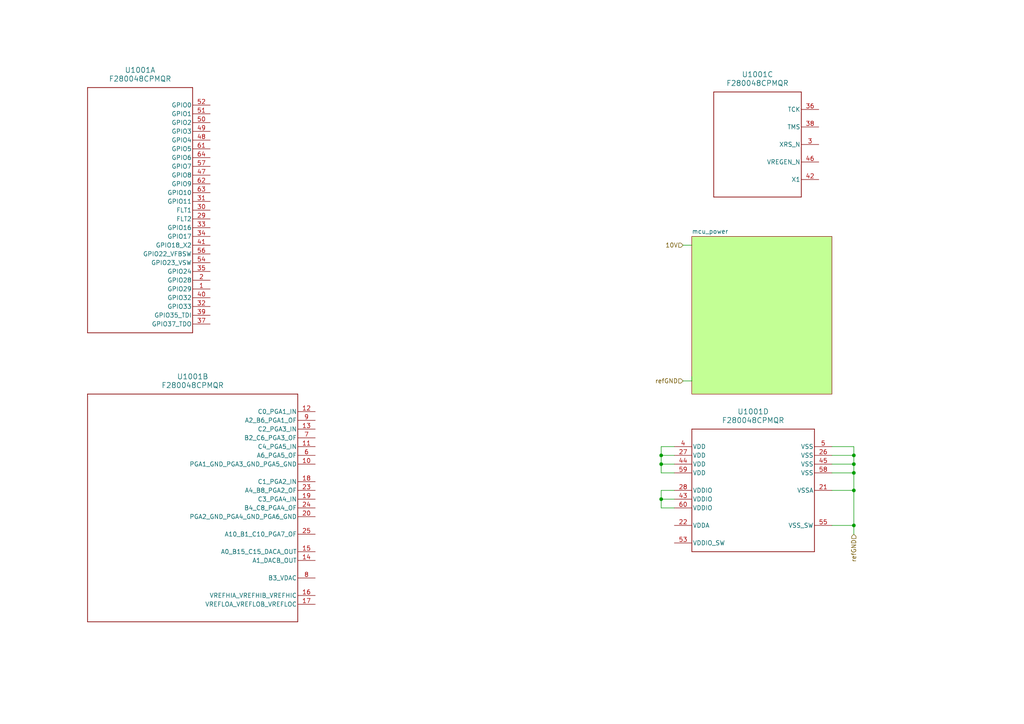
<source format=kicad_sch>
(kicad_sch (version 20231120) (generator "eeschema") (generator_version "8.0")
  (paper "A4")
  (lib_symbols
    (symbol "TMS320F280048CPMQR:F280048CPMQR" (pin_names (offset 0.254))
      (property "Reference" "U" (at 0 2.54 0))
      (property "Value" "F280048CPMQR" (at 0 0 0))
      (symbol "F280048CPMQR_1_1"
        (polyline (pts (xy -15.24 -35.56) (xy 15.24 -35.56)) (stroke (width 0.2032)))
        (polyline (pts (xy -15.24 35.56) (xy -15.24 -35.56)) (stroke (width 0.2032)))
        (polyline (pts (xy 15.24 -35.56) (xy 15.24 35.56)) (stroke (width 0.2032)))
        (polyline (pts (xy 15.24 35.56) (xy -15.24 35.56)) (stroke (width 0.2032)))
        (pin bidirectional line (at 20.32 -22.86 180) (length 5.08) (name "GPIO29") (number "1"))
        (pin bidirectional line (at 20.32 -20.32 180) (length 5.08) (name "GPIO28") (number "2"))
        (pin bidirectional line (at 20.32 -2.54 180) (length 5.08) (name "FLT2") (number "29"))
        (pin bidirectional line (at 20.32 0 180) (length 5.08) (name "FLT1") (number "30"))
        (pin bidirectional line (at 20.32 2.54 180) (length 5.08) (name "GPIO11") (number "31"))
        (pin bidirectional line (at 20.32 -27.94 180) (length 5.08) (name "GPIO33") (number "32"))
        (pin bidirectional line (at 20.32 -5.08 180) (length 5.08) (name "GPIO16") (number "33"))
        (pin bidirectional line (at 20.32 -7.62 180) (length 5.08) (name "GPIO17") (number "34"))
        (pin bidirectional line (at 20.32 -17.78 180) (length 5.08) (name "GPIO24") (number "35"))
        (pin bidirectional line (at 20.32 -33.02 180) (length 5.08) (name "GPIO37_TDO") (number "37"))
        (pin bidirectional line (at 20.32 -30.48 180) (length 5.08) (name "GPIO35_TDI") (number "39"))
        (pin bidirectional line (at 20.32 -25.4 180) (length 5.08) (name "GPIO32") (number "40"))
        (pin bidirectional line (at 20.32 -10.16 180) (length 5.08) (name "GPIO18_X2") (number "41"))
        (pin bidirectional line (at 20.32 10.16 180) (length 5.08) (name "GPIO8") (number "47"))
        (pin bidirectional line (at 20.32 20.32 180) (length 5.08) (name "GPIO4") (number "48"))
        (pin bidirectional line (at 20.32 22.86 180) (length 5.08) (name "GPIO3") (number "49"))
        (pin bidirectional line (at 20.32 25.4 180) (length 5.08) (name "GPIO2") (number "50"))
        (pin bidirectional line (at 20.32 27.94 180) (length 5.08) (name "GPIO1") (number "51"))
        (pin bidirectional line (at 20.32 30.48 180) (length 5.08) (name "GPIO0") (number "52"))
        (pin bidirectional line (at 20.32 -15.24 180) (length 5.08) (name "GPIO23_VSW") (number "54"))
        (pin bidirectional line (at 20.32 -12.7 180) (length 5.08) (name "GPIO22_VFBSW") (number "56"))
        (pin bidirectional line (at 20.32 12.7 180) (length 5.08) (name "GPIO7") (number "57"))
        (pin bidirectional line (at 20.32 17.78 180) (length 5.08) (name "GPIO5") (number "61"))
        (pin bidirectional line (at 20.32 7.62 180) (length 5.08) (name "GPIO9") (number "62"))
        (pin bidirectional line (at 20.32 5.08 180) (length 5.08) (name "GPIO10") (number "63"))
        (pin bidirectional line (at 20.32 15.24 180) (length 5.08) (name "GPIO6") (number "64"))
      )
      (symbol "F280048CPMQR_2_1"
        (polyline (pts (xy -30.48 -33.02) (xy 30.48 -33.02)) (stroke (width 0.2032)))
        (polyline (pts (xy -30.48 33.02) (xy -30.48 -33.02)) (stroke (width 0.2032)))
        (polyline (pts (xy 30.48 -33.02) (xy 30.48 33.02)) (stroke (width 0.2032)))
        (polyline (pts (xy 30.48 33.02) (xy -30.48 33.02)) (stroke (width 0.2032)))
        (pin power_in line (at 35.56 12.7 180) (length 5.08) (name "PGA1_GND_PGA3_GND_PGA5_GND") (number "10"))
        (pin input line (at 35.56 17.78 180) (length 5.08) (name "C4_PGA5_IN") (number "11"))
        (pin input line (at 35.56 27.94 180) (length 5.08) (name "C0_PGA1_IN") (number "12"))
        (pin input line (at 35.56 22.86 180) (length 5.08) (name "C2_PGA3_IN") (number "13"))
        (pin output line (at 35.56 -15.24 180) (length 5.08) (name "A1_DACB_OUT") (number "14"))
        (pin output line (at 35.56 -12.7 180) (length 5.08) (name "A0_B15_C15_DACA_OUT") (number "15"))
        (pin input line (at 35.56 -25.4 180) (length 5.08) (name "VREFHIA_VREFHIB_VREFHIC") (number "16"))
        (pin output line (at 35.56 -27.94 180) (length 5.08) (name "VREFLOA_VREFLOB_VREFLOC") (number "17"))
        (pin input line (at 35.56 7.62 180) (length 5.08) (name "C1_PGA2_IN") (number "18"))
        (pin input line (at 35.56 2.54 180) (length 5.08) (name "C3_PGA4_IN") (number "19"))
        (pin power_in line (at 35.56 -2.54 180) (length 5.08) (name "PGA2_GND_PGA4_GND_PGA6_GND") (number "20"))
        (pin input line (at 35.56 5.08 180) (length 5.08) (name "A4_B8_PGA2_OF") (number "23"))
        (pin input line (at 35.56 0 180) (length 5.08) (name "B4_C8_PGA4_OF") (number "24"))
        (pin input line (at 35.56 -7.62 180) (length 5.08) (name "A10_B1_C10_PGA7_OF") (number "25"))
        (pin input line (at 35.56 15.24 180) (length 5.08) (name "A6_PGA5_OF") (number "6"))
        (pin input line (at 35.56 20.32 180) (length 5.08) (name "B2_C6_PGA3_OF") (number "7"))
        (pin unspecified line (at 35.56 -20.32 180) (length 5.08) (name "B3_VDAC") (number "8"))
        (pin input line (at 35.56 25.4 180) (length 5.08) (name "A2_B6_PGA1_OF") (number "9"))
      )
      (symbol "F280048CPMQR_3_1"
        (polyline (pts (xy -12.7 -15.24) (xy 12.7 -15.24)) (stroke (width 0.2032)))
        (polyline (pts (xy -12.7 15.24) (xy -12.7 -15.24)) (stroke (width 0.2032)))
        (polyline (pts (xy 12.7 -15.24) (xy 12.7 15.24)) (stroke (width 0.2032)))
        (polyline (pts (xy 12.7 15.24) (xy -12.7 15.24)) (stroke (width 0.2032)))
        (pin input line (at 17.78 0 180) (length 5.08) (name "XRS_N") (number "3"))
        (pin input line (at 17.78 10.16 180) (length 5.08) (name "TCK") (number "36"))
        (pin input line (at 17.78 5.08 180) (length 5.08) (name "TMS") (number "38"))
        (pin bidirectional line (at 17.78 -10.16 180) (length 5.08) (name "X1") (number "42"))
        (pin input line (at 17.78 -5.08 180) (length 5.08) (name "VREGEN_N") (number "46"))
      )
      (symbol "F280048CPMQR_4_1"
        (polyline (pts (xy -17.78 -17.78) (xy 17.78 -17.78)) (stroke (width 0.2032)))
        (polyline (pts (xy -17.78 17.78) (xy -17.78 -17.78)) (stroke (width 0.2032)))
        (polyline (pts (xy 17.78 -17.78) (xy 17.78 17.78)) (stroke (width 0.2032)))
        (polyline (pts (xy 17.78 17.78) (xy -17.78 17.78)) (stroke (width 0.2032)))
        (pin power_in line (at 22.86 0 180) (length 5.08) (name "VSSA") (number "21"))
        (pin power_in line (at -22.86 -10.16 0) (length 5.08) (name "VDDA") (number "22"))
        (pin power_in line (at 22.86 10.16 180) (length 5.08) (name "VSS") (number "26"))
        (pin power_in line (at -22.86 10.16 0) (length 5.08) (name "VDD") (number "27"))
        (pin power_in line (at -22.86 0 0) (length 5.08) (name "VDDIO") (number "28"))
        (pin power_in line (at -22.86 12.7 0) (length 5.08) (name "VDD") (number "4"))
        (pin power_in line (at -22.86 -2.54 0) (length 5.08) (name "VDDIO") (number "43"))
        (pin power_in line (at -22.86 7.62 0) (length 5.08) (name "VDD") (number "44"))
        (pin power_in line (at 22.86 7.62 180) (length 5.08) (name "VSS") (number "45"))
        (pin power_in line (at 22.86 12.7 180) (length 5.08) (name "VSS") (number "5"))
        (pin power_in line (at -22.86 -15.24 0) (length 5.08) (name "VDDIO_SW") (number "53"))
        (pin power_in line (at 22.86 -10.16 180) (length 5.08) (name "VSS_SW") (number "55"))
        (pin power_in line (at 22.86 5.08 180) (length 5.08) (name "VSS") (number "58"))
        (pin power_in line (at -22.86 5.08 0) (length 5.08) (name "VDD") (number "59"))
        (pin power_in line (at -22.86 -5.08 0) (length 5.08) (name "VDDIO") (number "60"))
      )
    )
  )
  (junction (at 247.65 134.62))
  (junction (at 191.77 132.08))
  (junction (at 247.65 137.16))
  (junction (at 247.65 142.24))
  (junction (at 191.77 144.78))
  (junction (at 191.77 134.62))
  (junction (at 247.65 152.4))
  (junction (at 247.65 132.08))
  (wire (pts (xy 247.65 129.54) (xy 247.65 132.08)))
  (wire (pts (xy 191.77 132.08) (xy 191.77 134.62)))
  (wire (pts (xy 247.65 152.4) (xy 247.65 154.94)))
  (wire (pts (xy 191.77 144.78) (xy 191.77 147.32)))
  (wire (pts (xy 195.58 129.54) (xy 191.77 129.54)))
  (wire (pts (xy 247.65 132.08) (xy 247.65 134.62)))
  (wire (pts (xy 191.77 144.78) (xy 195.58 144.78)))
  (wire (pts (xy 198.12 71.12) (xy 200.66 71.12)))
  (wire (pts (xy 241.3 134.62) (xy 247.65 134.62)))
  (wire (pts (xy 195.58 142.24) (xy 191.77 142.24)))
  (wire (pts (xy 241.3 132.08) (xy 247.65 132.08)))
  (wire (pts (xy 241.3 152.4) (xy 247.65 152.4)))
  (wire (pts (xy 200.66 109.22) (xy 200.66 110.49)))
  (wire (pts (xy 247.65 134.62) (xy 247.65 137.16)))
  (wire (pts (xy 191.77 134.62) (xy 191.77 137.16)))
  (wire (pts (xy 191.77 129.54) (xy 191.77 132.08)))
  (wire (pts (xy 241.3 142.24) (xy 247.65 142.24)))
  (wire (pts (xy 191.77 142.24) (xy 191.77 144.78)))
  (wire (pts (xy 191.77 134.62) (xy 195.58 134.62)))
  (wire (pts (xy 241.3 129.54) (xy 247.65 129.54)))
  (wire (pts (xy 247.65 137.16) (xy 247.65 142.24)))
  (wire (pts (xy 191.77 147.32) (xy 195.58 147.32)))
  (wire (pts (xy 198.12 110.49) (xy 200.66 110.49)))
  (wire (pts (xy 191.77 137.16) (xy 195.58 137.16)))
  (wire (pts (xy 241.3 137.16) (xy 247.65 137.16)))
  (wire (pts (xy 247.65 142.24) (xy 247.65 152.4)))
  (wire (pts (xy 191.77 132.08) (xy 195.58 132.08)))
  (hierarchical_label "refGND" (shape input) (at 198.12 110.49 180))
  (hierarchical_label "refGND" (shape input) (at 247.65 154.94 270))
  (hierarchical_label "10V" (shape input) (at 198.12 71.12 180))
  (symbol (lib_id "TMS320F280048CPMQR:F280048CPMQR") (at 40.64 60.96 0) (unit 1)
    (property "Reference" "U1001" (at 40.64 20.32 0) (effects (font (size 1.524 1.524))))
    (property "Value" "F280048CPMQR" (at 40.64 22.86 0) (effects (font (size 1.524 1.524))))
    (property "Footprint" "Package_QFP:QFP50P1200X1200X160-64N" (effects (hide yes)))
    (property "Datasheet" "F280048CPMQR" (effects (hide yes)))
  )
  (symbol (lib_id "TMS320F280048CPMQR:F280048CPMQR") (at 219.71 41.91 0) (unit 3)
    (property "Reference" "U1001" (at 219.71 21.59 0) (effects (font (size 1.524 1.524))))
    (property "Value" "F280048CPMQR" (at 219.71 24.13 0) (effects (font (size 1.524 1.524))))
    (property "Footprint" "Package_QFP:QFP50P1200X1200X160-64N" (effects (hide yes)))
    (property "Datasheet" "F280048CPMQR" (effects (hide yes)))
  )
  (symbol (lib_id "TMS320F280048CPMQR:F280048CPMQR") (at 55.88 147.32 0) (unit 2)
    (property "Reference" "U1001" (at 55.88 109.22 0) (effects (font (size 1.524 1.524))))
    (property "Value" "F280048CPMQR" (at 55.88 111.76 0) (effects (font (size 1.524 1.524))))
    (property "Footprint" "Package_QFP:QFP50P1200X1200X160-64N" (effects (hide yes)))
    (property "Datasheet" "F280048CPMQR" (effects (hide yes)))
  )
  (symbol (lib_id "TMS320F280048CPMQR:F280048CPMQR") (at 218.44 142.24 0) (unit 4)
    (property "Reference" "U1001" (at 218.44 119.38 0) (effects (font (size 1.524 1.524))))
    (property "Value" "F280048CPMQR" (at 218.44 121.92 0) (effects (font (size 1.524 1.524))))
    (property "Footprint" "Package_QFP:QFP50P1200X1200X160-64N" (effects (hide yes)))
    (property "Datasheet" "F280048CPMQR" (effects (hide yes)))
  )
  (sheet (at 200.66 68.58) (size 40.64 45.72) (stroke (width 0.1524)) (fill (color 195 255 149 1.0000))
    (property "Sheetname" "mcu_power" (at 200.66 67.8684 0) (effects (justify left bottom)))
    (property "Sheetfile" "mcupower.kicad_sch" (effects (hide yes)))
  )
)
</source>
